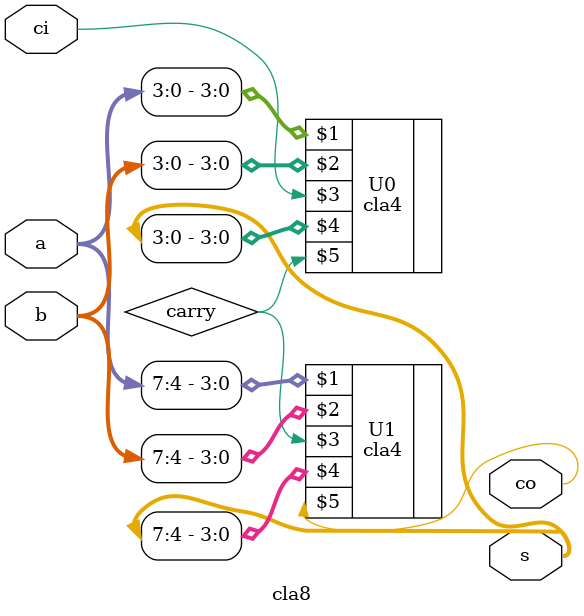
<source format=v>
module cla8(a, b, ci, s, co);	//32bits CLA module
	input [7:0] a, b;
	input ci; 			//input define
	output [7:0] s;
	output co; 			//output define
	
	cla4 U0(a[3:0], b[3:0], ci, s[3:0], carry);
	cla4 U1(a[7:4], b[7:4], carry, s[7:4], co);		//Instance 4bits CLA module
	
endmodule

</source>
